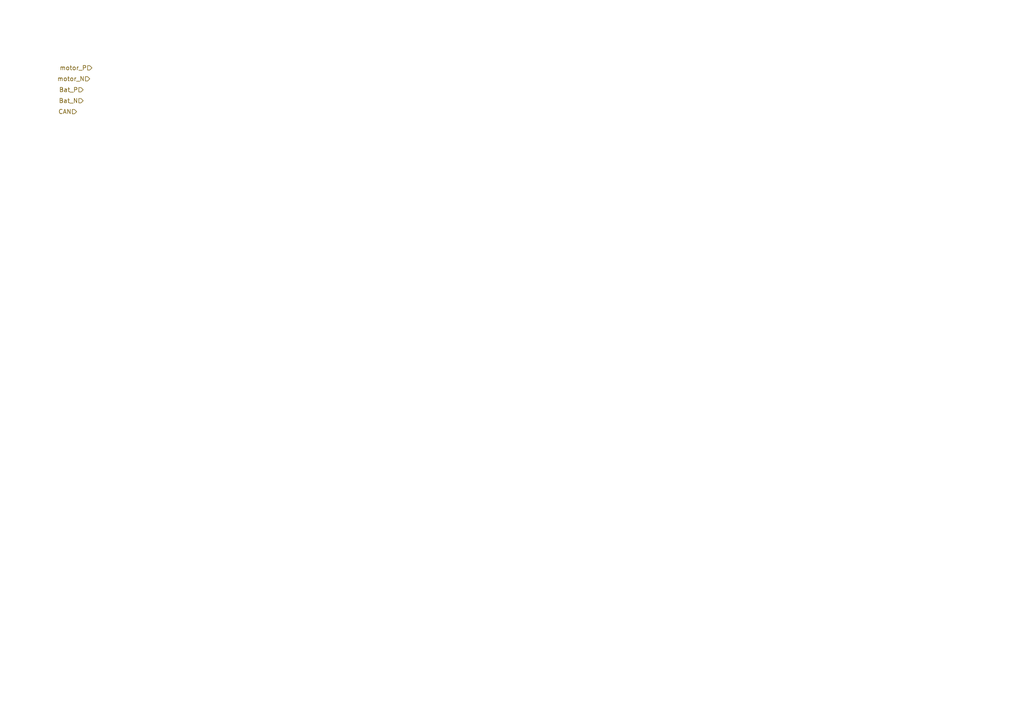
<source format=kicad_sch>
(kicad_sch (version 20211123) (generator eeschema)
  (paper "A4")
  (lib_symbols)
  (hierarchical_label "motor_P" (shape input) (at 26.67 19.685 180))
  (hierarchical_label "motor_N" (shape input) (at 26.035 22.86 180))
  (hierarchical_label "Bat_N" (shape input) (at 24.13 29.21 180))
  (hierarchical_label "Bat_P" (shape input) (at 24.13 26.035 180))
  (hierarchical_label "CAN" (shape input) (at 22.225 32.385 180))
)
</source>
